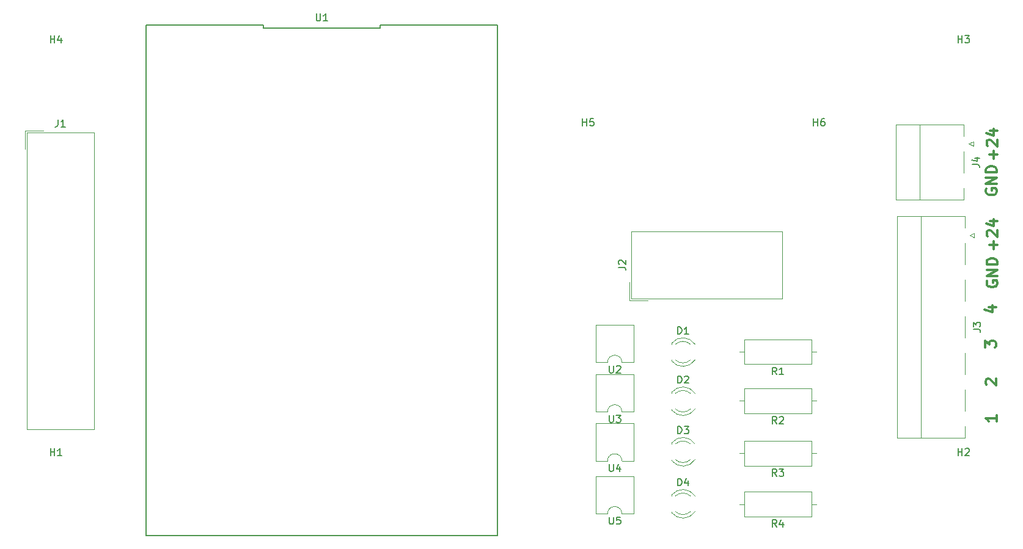
<source format=gbr>
G04 #@! TF.GenerationSoftware,KiCad,Pcbnew,(5.0.2)-1*
G04 #@! TF.CreationDate,2020-02-10T23:08:40+01:00*
G04 #@! TF.ProjectId,ToolChanger,546f6f6c-4368-4616-9e67-65722e6b6963,rev?*
G04 #@! TF.SameCoordinates,Original*
G04 #@! TF.FileFunction,Legend,Top*
G04 #@! TF.FilePolarity,Positive*
%FSLAX46Y46*%
G04 Gerber Fmt 4.6, Leading zero omitted, Abs format (unit mm)*
G04 Created by KiCad (PCBNEW (5.0.2)-1) date 2020-02-10 23:08:40*
%MOMM*%
%LPD*%
G01*
G04 APERTURE LIST*
%ADD10C,0.300000*%
%ADD11C,0.120000*%
%ADD12C,0.150000*%
G04 APERTURE END LIST*
D10*
X208615742Y-83076800D02*
X208615742Y-81933942D01*
X209187171Y-82505371D02*
X208044314Y-82505371D01*
X207830028Y-81291085D02*
X207758600Y-81219657D01*
X207687171Y-81076800D01*
X207687171Y-80719657D01*
X207758600Y-80576800D01*
X207830028Y-80505371D01*
X207972885Y-80433942D01*
X208115742Y-80433942D01*
X208330028Y-80505371D01*
X209187171Y-81362514D01*
X209187171Y-80433942D01*
X208187171Y-79148228D02*
X209187171Y-79148228D01*
X207615742Y-79505371D02*
X208687171Y-79862514D01*
X208687171Y-78933942D01*
X207657000Y-87248857D02*
X207585571Y-87391714D01*
X207585571Y-87606000D01*
X207657000Y-87820285D01*
X207799857Y-87963142D01*
X207942714Y-88034571D01*
X208228428Y-88106000D01*
X208442714Y-88106000D01*
X208728428Y-88034571D01*
X208871285Y-87963142D01*
X209014142Y-87820285D01*
X209085571Y-87606000D01*
X209085571Y-87463142D01*
X209014142Y-87248857D01*
X208942714Y-87177428D01*
X208442714Y-87177428D01*
X208442714Y-87463142D01*
X209085571Y-86534571D02*
X207585571Y-86534571D01*
X209085571Y-85677428D01*
X207585571Y-85677428D01*
X209085571Y-84963142D02*
X207585571Y-84963142D01*
X207585571Y-84606000D01*
X207657000Y-84391714D01*
X207799857Y-84248857D01*
X207942714Y-84177428D01*
X208228428Y-84106000D01*
X208442714Y-84106000D01*
X208728428Y-84177428D01*
X208871285Y-84248857D01*
X209014142Y-84391714D01*
X209085571Y-84606000D01*
X209085571Y-84963142D01*
X208615742Y-95624400D02*
X208615742Y-94481542D01*
X209187171Y-95052971D02*
X208044314Y-95052971D01*
X207830028Y-93838685D02*
X207758600Y-93767257D01*
X207687171Y-93624400D01*
X207687171Y-93267257D01*
X207758600Y-93124400D01*
X207830028Y-93052971D01*
X207972885Y-92981542D01*
X208115742Y-92981542D01*
X208330028Y-93052971D01*
X209187171Y-93910114D01*
X209187171Y-92981542D01*
X208187171Y-91695828D02*
X209187171Y-91695828D01*
X207615742Y-92052971D02*
X208687171Y-92410114D01*
X208687171Y-91481542D01*
X207758600Y-100025057D02*
X207687171Y-100167914D01*
X207687171Y-100382200D01*
X207758600Y-100596485D01*
X207901457Y-100739342D01*
X208044314Y-100810771D01*
X208330028Y-100882200D01*
X208544314Y-100882200D01*
X208830028Y-100810771D01*
X208972885Y-100739342D01*
X209115742Y-100596485D01*
X209187171Y-100382200D01*
X209187171Y-100239342D01*
X209115742Y-100025057D01*
X209044314Y-99953628D01*
X208544314Y-99953628D01*
X208544314Y-100239342D01*
X209187171Y-99310771D02*
X207687171Y-99310771D01*
X209187171Y-98453628D01*
X207687171Y-98453628D01*
X209187171Y-97739342D02*
X207687171Y-97739342D01*
X207687171Y-97382200D01*
X207758600Y-97167914D01*
X207901457Y-97025057D01*
X208044314Y-96953628D01*
X208330028Y-96882200D01*
X208544314Y-96882200D01*
X208830028Y-96953628D01*
X208972885Y-97025057D01*
X209115742Y-97167914D01*
X209187171Y-97382200D01*
X209187171Y-97739342D01*
X207958571Y-103625685D02*
X208958571Y-103625685D01*
X207387142Y-103982828D02*
X208458571Y-104339971D01*
X208458571Y-103411400D01*
X207458571Y-109262800D02*
X207458571Y-108334228D01*
X208030000Y-108834228D01*
X208030000Y-108619942D01*
X208101428Y-108477085D01*
X208172857Y-108405657D01*
X208315714Y-108334228D01*
X208672857Y-108334228D01*
X208815714Y-108405657D01*
X208887142Y-108477085D01*
X208958571Y-108619942D01*
X208958571Y-109048514D01*
X208887142Y-109191371D01*
X208815714Y-109262800D01*
X207677628Y-114423771D02*
X207606200Y-114352342D01*
X207534771Y-114209485D01*
X207534771Y-113852342D01*
X207606200Y-113709485D01*
X207677628Y-113638057D01*
X207820485Y-113566628D01*
X207963342Y-113566628D01*
X208177628Y-113638057D01*
X209034771Y-114495200D01*
X209034771Y-113566628D01*
X209060171Y-118646628D02*
X209060171Y-119503771D01*
X209060171Y-119075200D02*
X207560171Y-119075200D01*
X207774457Y-119218057D01*
X207917314Y-119360914D01*
X207988742Y-119503771D01*
D11*
G04 #@! TO.C,J4*
X204535400Y-78350600D02*
X195115400Y-78350600D01*
X195115400Y-78350600D02*
X195115400Y-88730600D01*
X195115400Y-88730600D02*
X204535400Y-88730600D01*
X204535400Y-78350600D02*
X204535400Y-79950600D01*
X204535400Y-88730600D02*
X204535400Y-87130600D01*
X204535400Y-82050600D02*
X204535400Y-85030600D01*
X198425400Y-78350600D02*
X198425400Y-88730600D01*
X205825400Y-81300600D02*
X205225400Y-81000600D01*
X205225400Y-81000600D02*
X205825400Y-80700600D01*
X205825400Y-80700600D02*
X205825400Y-81300600D01*
G04 #@! TO.C,J3*
X204687800Y-91050600D02*
X195267800Y-91050600D01*
X195267800Y-91050600D02*
X195267800Y-121750600D01*
X195267800Y-121750600D02*
X204687800Y-121750600D01*
X204687800Y-91050600D02*
X204687800Y-92650600D01*
X204687800Y-121750600D02*
X204687800Y-120150600D01*
X204687800Y-94750600D02*
X204687800Y-97730600D01*
X204687800Y-99830600D02*
X204687800Y-102810600D01*
X204687800Y-104910600D02*
X204687800Y-107890600D01*
X204687800Y-109990600D02*
X204687800Y-112970600D01*
X204687800Y-115070600D02*
X204687800Y-118050600D01*
X198577800Y-91050600D02*
X198577800Y-121750600D01*
X205977800Y-94000600D02*
X205377800Y-93700600D01*
X205377800Y-93700600D02*
X205977800Y-93400600D01*
X205977800Y-93400600D02*
X205977800Y-94000600D01*
G04 #@! TO.C,R4*
X173455200Y-130962400D02*
X174145200Y-130962400D01*
X184075200Y-130962400D02*
X183385200Y-130962400D01*
X174145200Y-132682400D02*
X183385200Y-132682400D01*
X174145200Y-129242400D02*
X174145200Y-132682400D01*
X183385200Y-129242400D02*
X174145200Y-129242400D01*
X183385200Y-132682400D02*
X183385200Y-129242400D01*
G04 #@! TO.C,R3*
X183385200Y-125621200D02*
X183385200Y-122181200D01*
X183385200Y-122181200D02*
X174145200Y-122181200D01*
X174145200Y-122181200D02*
X174145200Y-125621200D01*
X174145200Y-125621200D02*
X183385200Y-125621200D01*
X184075200Y-123901200D02*
X183385200Y-123901200D01*
X173455200Y-123901200D02*
X174145200Y-123901200D01*
G04 #@! TO.C,R2*
X173455200Y-116636800D02*
X174145200Y-116636800D01*
X184075200Y-116636800D02*
X183385200Y-116636800D01*
X174145200Y-118356800D02*
X183385200Y-118356800D01*
X174145200Y-114916800D02*
X174145200Y-118356800D01*
X183385200Y-114916800D02*
X174145200Y-114916800D01*
X183385200Y-118356800D02*
X183385200Y-114916800D01*
G04 #@! TO.C,R1*
X183385200Y-111549600D02*
X183385200Y-108109600D01*
X183385200Y-108109600D02*
X174145200Y-108109600D01*
X174145200Y-108109600D02*
X174145200Y-111549600D01*
X174145200Y-111549600D02*
X183385200Y-111549600D01*
X184075200Y-109829600D02*
X183385200Y-109829600D01*
X173455200Y-109829600D02*
X174145200Y-109829600D01*
G04 #@! TO.C,J2*
X158480000Y-93115000D02*
X179340000Y-93115000D01*
X179340000Y-93115000D02*
X179340000Y-102465000D01*
X179340000Y-102465000D02*
X158480000Y-102465000D01*
X158480000Y-102465000D02*
X158480000Y-93115000D01*
X158230000Y-102715000D02*
X160770000Y-102715000D01*
X158230000Y-102715000D02*
X158230000Y-100175000D01*
G04 #@! TO.C,D4*
X164048000Y-131991600D02*
X164048000Y-132147600D01*
X164048000Y-129675600D02*
X164048000Y-129831600D01*
X166649130Y-131991437D02*
G75*
G02X164567039Y-131991600I-1041130J1079837D01*
G01*
X166649130Y-129831763D02*
G75*
G03X164567039Y-129831600I-1041130J-1079837D01*
G01*
X167280335Y-131990208D02*
G75*
G02X164048000Y-132147116I-1672335J1078608D01*
G01*
X167280335Y-129832992D02*
G75*
G03X164048000Y-129676084I-1672335J-1078608D01*
G01*
G04 #@! TO.C,D3*
X167280335Y-122619392D02*
G75*
G03X164048000Y-122462484I-1672335J-1078608D01*
G01*
X167280335Y-124776608D02*
G75*
G02X164048000Y-124933516I-1672335J1078608D01*
G01*
X166649130Y-122618163D02*
G75*
G03X164567039Y-122618000I-1041130J-1079837D01*
G01*
X166649130Y-124777837D02*
G75*
G02X164567039Y-124778000I-1041130J1079837D01*
G01*
X164048000Y-122462000D02*
X164048000Y-122618000D01*
X164048000Y-124778000D02*
X164048000Y-124934000D01*
G04 #@! TO.C,D2*
X164048000Y-117767600D02*
X164048000Y-117923600D01*
X164048000Y-115451600D02*
X164048000Y-115607600D01*
X166649130Y-117767437D02*
G75*
G02X164567039Y-117767600I-1041130J1079837D01*
G01*
X166649130Y-115607763D02*
G75*
G03X164567039Y-115607600I-1041130J-1079837D01*
G01*
X167280335Y-117766208D02*
G75*
G02X164048000Y-117923116I-1672335J1078608D01*
G01*
X167280335Y-115608992D02*
G75*
G03X164048000Y-115452084I-1672335J-1078608D01*
G01*
G04 #@! TO.C,D1*
X167280335Y-108801792D02*
G75*
G03X164048000Y-108644884I-1672335J-1078608D01*
G01*
X167280335Y-110959008D02*
G75*
G02X164048000Y-111115916I-1672335J1078608D01*
G01*
X166649130Y-108800563D02*
G75*
G03X164567039Y-108800400I-1041130J-1079837D01*
G01*
X166649130Y-110960237D02*
G75*
G02X164567039Y-110960400I-1041130J1079837D01*
G01*
X164048000Y-108644400D02*
X164048000Y-108800400D01*
X164048000Y-110960400D02*
X164048000Y-111116400D01*
G04 #@! TO.C,U5*
X153509200Y-132292400D02*
X155159200Y-132292400D01*
X153509200Y-127092400D02*
X153509200Y-132292400D01*
X158809200Y-127092400D02*
X153509200Y-127092400D01*
X158809200Y-132292400D02*
X158809200Y-127092400D01*
X157159200Y-132292400D02*
X158809200Y-132292400D01*
X155159200Y-132292400D02*
G75*
G02X157159200Y-132292400I1000000J0D01*
G01*
G04 #@! TO.C,U4*
X155159200Y-124977200D02*
G75*
G02X157159200Y-124977200I1000000J0D01*
G01*
X157159200Y-124977200D02*
X158809200Y-124977200D01*
X158809200Y-124977200D02*
X158809200Y-119777200D01*
X158809200Y-119777200D02*
X153509200Y-119777200D01*
X153509200Y-119777200D02*
X153509200Y-124977200D01*
X153509200Y-124977200D02*
X155159200Y-124977200D01*
G04 #@! TO.C,U3*
X153509200Y-118170000D02*
X155159200Y-118170000D01*
X153509200Y-112970000D02*
X153509200Y-118170000D01*
X158809200Y-112970000D02*
X153509200Y-112970000D01*
X158809200Y-118170000D02*
X158809200Y-112970000D01*
X157159200Y-118170000D02*
X158809200Y-118170000D01*
X155159200Y-118170000D02*
G75*
G02X157159200Y-118170000I1000000J0D01*
G01*
G04 #@! TO.C,U2*
X155159200Y-111312000D02*
G75*
G02X157159200Y-111312000I1000000J0D01*
G01*
X157159200Y-111312000D02*
X158809200Y-111312000D01*
X158809200Y-111312000D02*
X158809200Y-106112000D01*
X158809200Y-106112000D02*
X153509200Y-106112000D01*
X153509200Y-106112000D02*
X153509200Y-111312000D01*
X153509200Y-111312000D02*
X155159200Y-111312000D01*
G04 #@! TO.C,J1*
X84024600Y-79435200D02*
X84024600Y-120615200D01*
X84024600Y-120615200D02*
X74674600Y-120615200D01*
X74674600Y-120615200D02*
X74674600Y-79435200D01*
X74674600Y-79435200D02*
X84024600Y-79435200D01*
X74424600Y-79185200D02*
X74424600Y-81725200D01*
X74424600Y-79185200D02*
X76964600Y-79185200D01*
D12*
G04 #@! TO.C,U1*
X91210001Y-64510200D02*
X91210000Y-135290200D01*
X91210000Y-135290200D02*
X139929999Y-135290200D01*
X139929999Y-135290200D02*
X139930000Y-64510200D01*
X139930000Y-64510200D02*
X123690000Y-64510200D01*
X123690000Y-64510200D02*
X123690000Y-64960200D01*
X123690000Y-64960200D02*
X107450001Y-64960200D01*
X107450001Y-64960200D02*
X107450001Y-64510200D01*
X107450001Y-64510200D02*
X91210001Y-64510200D01*
G04 #@! TO.C,H6*
X183698095Y-78502380D02*
X183698095Y-77502380D01*
X183698095Y-77978571D02*
X184269523Y-77978571D01*
X184269523Y-78502380D02*
X184269523Y-77502380D01*
X185174285Y-77502380D02*
X184983809Y-77502380D01*
X184888571Y-77550000D01*
X184840952Y-77597619D01*
X184745714Y-77740476D01*
X184698095Y-77930952D01*
X184698095Y-78311904D01*
X184745714Y-78407142D01*
X184793333Y-78454761D01*
X184888571Y-78502380D01*
X185079047Y-78502380D01*
X185174285Y-78454761D01*
X185221904Y-78407142D01*
X185269523Y-78311904D01*
X185269523Y-78073809D01*
X185221904Y-77978571D01*
X185174285Y-77930952D01*
X185079047Y-77883333D01*
X184888571Y-77883333D01*
X184793333Y-77930952D01*
X184745714Y-77978571D01*
X184698095Y-78073809D01*
G04 #@! TO.C,H5*
X151698095Y-78502380D02*
X151698095Y-77502380D01*
X151698095Y-77978571D02*
X152269523Y-77978571D01*
X152269523Y-78502380D02*
X152269523Y-77502380D01*
X153221904Y-77502380D02*
X152745714Y-77502380D01*
X152698095Y-77978571D01*
X152745714Y-77930952D01*
X152840952Y-77883333D01*
X153079047Y-77883333D01*
X153174285Y-77930952D01*
X153221904Y-77978571D01*
X153269523Y-78073809D01*
X153269523Y-78311904D01*
X153221904Y-78407142D01*
X153174285Y-78454761D01*
X153079047Y-78502380D01*
X152840952Y-78502380D01*
X152745714Y-78454761D01*
X152698095Y-78407142D01*
G04 #@! TO.C,H2*
X203708095Y-124222380D02*
X203708095Y-123222380D01*
X203708095Y-123698571D02*
X204279523Y-123698571D01*
X204279523Y-124222380D02*
X204279523Y-123222380D01*
X204708095Y-123317619D02*
X204755714Y-123270000D01*
X204850952Y-123222380D01*
X205089047Y-123222380D01*
X205184285Y-123270000D01*
X205231904Y-123317619D01*
X205279523Y-123412857D01*
X205279523Y-123508095D01*
X205231904Y-123650952D01*
X204660476Y-124222380D01*
X205279523Y-124222380D01*
G04 #@! TO.C,H3*
X203708095Y-66992380D02*
X203708095Y-65992380D01*
X203708095Y-66468571D02*
X204279523Y-66468571D01*
X204279523Y-66992380D02*
X204279523Y-65992380D01*
X204660476Y-65992380D02*
X205279523Y-65992380D01*
X204946190Y-66373333D01*
X205089047Y-66373333D01*
X205184285Y-66420952D01*
X205231904Y-66468571D01*
X205279523Y-66563809D01*
X205279523Y-66801904D01*
X205231904Y-66897142D01*
X205184285Y-66944761D01*
X205089047Y-66992380D01*
X204803333Y-66992380D01*
X204708095Y-66944761D01*
X204660476Y-66897142D01*
G04 #@! TO.C,H1*
X77978095Y-124222380D02*
X77978095Y-123222380D01*
X77978095Y-123698571D02*
X78549523Y-123698571D01*
X78549523Y-124222380D02*
X78549523Y-123222380D01*
X79549523Y-124222380D02*
X78978095Y-124222380D01*
X79263809Y-124222380D02*
X79263809Y-123222380D01*
X79168571Y-123365238D01*
X79073333Y-123460476D01*
X78978095Y-123508095D01*
G04 #@! TO.C,H4*
X77978095Y-66992380D02*
X77978095Y-65992380D01*
X77978095Y-66468571D02*
X78549523Y-66468571D01*
X78549523Y-66992380D02*
X78549523Y-65992380D01*
X79454285Y-66325714D02*
X79454285Y-66992380D01*
X79216190Y-65944761D02*
X78978095Y-66659047D01*
X79597142Y-66659047D01*
G04 #@! TO.C,J4*
X205677780Y-83873933D02*
X206392066Y-83873933D01*
X206534923Y-83921552D01*
X206630161Y-84016790D01*
X206677780Y-84159647D01*
X206677780Y-84254885D01*
X206011114Y-82969171D02*
X206677780Y-82969171D01*
X205630161Y-83207266D02*
X206344447Y-83445361D01*
X206344447Y-82826314D01*
G04 #@! TO.C,J3*
X205830180Y-106733933D02*
X206544466Y-106733933D01*
X206687323Y-106781552D01*
X206782561Y-106876790D01*
X206830180Y-107019647D01*
X206830180Y-107114885D01*
X205830180Y-106352980D02*
X205830180Y-105733933D01*
X206211133Y-106067266D01*
X206211133Y-105924409D01*
X206258752Y-105829171D01*
X206306371Y-105781552D01*
X206401609Y-105733933D01*
X206639704Y-105733933D01*
X206734942Y-105781552D01*
X206782561Y-105829171D01*
X206830180Y-105924409D01*
X206830180Y-106210123D01*
X206782561Y-106305361D01*
X206734942Y-106352980D01*
G04 #@! TO.C,R4*
X178598533Y-134134780D02*
X178265200Y-133658590D01*
X178027104Y-134134780D02*
X178027104Y-133134780D01*
X178408057Y-133134780D01*
X178503295Y-133182400D01*
X178550914Y-133230019D01*
X178598533Y-133325257D01*
X178598533Y-133468114D01*
X178550914Y-133563352D01*
X178503295Y-133610971D01*
X178408057Y-133658590D01*
X178027104Y-133658590D01*
X179455676Y-133468114D02*
X179455676Y-134134780D01*
X179217580Y-133087161D02*
X178979485Y-133801447D01*
X179598533Y-133801447D01*
G04 #@! TO.C,R3*
X178598533Y-127073580D02*
X178265200Y-126597390D01*
X178027104Y-127073580D02*
X178027104Y-126073580D01*
X178408057Y-126073580D01*
X178503295Y-126121200D01*
X178550914Y-126168819D01*
X178598533Y-126264057D01*
X178598533Y-126406914D01*
X178550914Y-126502152D01*
X178503295Y-126549771D01*
X178408057Y-126597390D01*
X178027104Y-126597390D01*
X178931866Y-126073580D02*
X179550914Y-126073580D01*
X179217580Y-126454533D01*
X179360438Y-126454533D01*
X179455676Y-126502152D01*
X179503295Y-126549771D01*
X179550914Y-126645009D01*
X179550914Y-126883104D01*
X179503295Y-126978342D01*
X179455676Y-127025961D01*
X179360438Y-127073580D01*
X179074723Y-127073580D01*
X178979485Y-127025961D01*
X178931866Y-126978342D01*
G04 #@! TO.C,R2*
X178598533Y-119809180D02*
X178265200Y-119332990D01*
X178027104Y-119809180D02*
X178027104Y-118809180D01*
X178408057Y-118809180D01*
X178503295Y-118856800D01*
X178550914Y-118904419D01*
X178598533Y-118999657D01*
X178598533Y-119142514D01*
X178550914Y-119237752D01*
X178503295Y-119285371D01*
X178408057Y-119332990D01*
X178027104Y-119332990D01*
X178979485Y-118904419D02*
X179027104Y-118856800D01*
X179122342Y-118809180D01*
X179360438Y-118809180D01*
X179455676Y-118856800D01*
X179503295Y-118904419D01*
X179550914Y-118999657D01*
X179550914Y-119094895D01*
X179503295Y-119237752D01*
X178931866Y-119809180D01*
X179550914Y-119809180D01*
G04 #@! TO.C,R1*
X178598533Y-113001980D02*
X178265200Y-112525790D01*
X178027104Y-113001980D02*
X178027104Y-112001980D01*
X178408057Y-112001980D01*
X178503295Y-112049600D01*
X178550914Y-112097219D01*
X178598533Y-112192457D01*
X178598533Y-112335314D01*
X178550914Y-112430552D01*
X178503295Y-112478171D01*
X178408057Y-112525790D01*
X178027104Y-112525790D01*
X179550914Y-113001980D02*
X178979485Y-113001980D01*
X179265200Y-113001980D02*
X179265200Y-112001980D01*
X179169961Y-112144838D01*
X179074723Y-112240076D01*
X178979485Y-112287695D01*
G04 #@! TO.C,J2*
X156678380Y-98123333D02*
X157392666Y-98123333D01*
X157535523Y-98170952D01*
X157630761Y-98266190D01*
X157678380Y-98409047D01*
X157678380Y-98504285D01*
X156773619Y-97694761D02*
X156726000Y-97647142D01*
X156678380Y-97551904D01*
X156678380Y-97313809D01*
X156726000Y-97218571D01*
X156773619Y-97170952D01*
X156868857Y-97123333D01*
X156964095Y-97123333D01*
X157106952Y-97170952D01*
X157678380Y-97742380D01*
X157678380Y-97123333D01*
G04 #@! TO.C,D4*
X164869904Y-128403980D02*
X164869904Y-127403980D01*
X165108000Y-127403980D01*
X165250857Y-127451600D01*
X165346095Y-127546838D01*
X165393714Y-127642076D01*
X165441333Y-127832552D01*
X165441333Y-127975409D01*
X165393714Y-128165885D01*
X165346095Y-128261123D01*
X165250857Y-128356361D01*
X165108000Y-128403980D01*
X164869904Y-128403980D01*
X166298476Y-127737314D02*
X166298476Y-128403980D01*
X166060380Y-127356361D02*
X165822285Y-128070647D01*
X166441333Y-128070647D01*
G04 #@! TO.C,D3*
X164869904Y-121190380D02*
X164869904Y-120190380D01*
X165108000Y-120190380D01*
X165250857Y-120238000D01*
X165346095Y-120333238D01*
X165393714Y-120428476D01*
X165441333Y-120618952D01*
X165441333Y-120761809D01*
X165393714Y-120952285D01*
X165346095Y-121047523D01*
X165250857Y-121142761D01*
X165108000Y-121190380D01*
X164869904Y-121190380D01*
X165774666Y-120190380D02*
X166393714Y-120190380D01*
X166060380Y-120571333D01*
X166203238Y-120571333D01*
X166298476Y-120618952D01*
X166346095Y-120666571D01*
X166393714Y-120761809D01*
X166393714Y-120999904D01*
X166346095Y-121095142D01*
X166298476Y-121142761D01*
X166203238Y-121190380D01*
X165917523Y-121190380D01*
X165822285Y-121142761D01*
X165774666Y-121095142D01*
G04 #@! TO.C,D2*
X164869904Y-114179980D02*
X164869904Y-113179980D01*
X165108000Y-113179980D01*
X165250857Y-113227600D01*
X165346095Y-113322838D01*
X165393714Y-113418076D01*
X165441333Y-113608552D01*
X165441333Y-113751409D01*
X165393714Y-113941885D01*
X165346095Y-114037123D01*
X165250857Y-114132361D01*
X165108000Y-114179980D01*
X164869904Y-114179980D01*
X165822285Y-113275219D02*
X165869904Y-113227600D01*
X165965142Y-113179980D01*
X166203238Y-113179980D01*
X166298476Y-113227600D01*
X166346095Y-113275219D01*
X166393714Y-113370457D01*
X166393714Y-113465695D01*
X166346095Y-113608552D01*
X165774666Y-114179980D01*
X166393714Y-114179980D01*
G04 #@! TO.C,D1*
X164869904Y-107372780D02*
X164869904Y-106372780D01*
X165108000Y-106372780D01*
X165250857Y-106420400D01*
X165346095Y-106515638D01*
X165393714Y-106610876D01*
X165441333Y-106801352D01*
X165441333Y-106944209D01*
X165393714Y-107134685D01*
X165346095Y-107229923D01*
X165250857Y-107325161D01*
X165108000Y-107372780D01*
X164869904Y-107372780D01*
X166393714Y-107372780D02*
X165822285Y-107372780D01*
X166108000Y-107372780D02*
X166108000Y-106372780D01*
X166012761Y-106515638D01*
X165917523Y-106610876D01*
X165822285Y-106658495D01*
G04 #@! TO.C,U5*
X155397295Y-132744780D02*
X155397295Y-133554304D01*
X155444914Y-133649542D01*
X155492533Y-133697161D01*
X155587771Y-133744780D01*
X155778247Y-133744780D01*
X155873485Y-133697161D01*
X155921104Y-133649542D01*
X155968723Y-133554304D01*
X155968723Y-132744780D01*
X156921104Y-132744780D02*
X156444914Y-132744780D01*
X156397295Y-133220971D01*
X156444914Y-133173352D01*
X156540152Y-133125733D01*
X156778247Y-133125733D01*
X156873485Y-133173352D01*
X156921104Y-133220971D01*
X156968723Y-133316209D01*
X156968723Y-133554304D01*
X156921104Y-133649542D01*
X156873485Y-133697161D01*
X156778247Y-133744780D01*
X156540152Y-133744780D01*
X156444914Y-133697161D01*
X156397295Y-133649542D01*
G04 #@! TO.C,U4*
X155397295Y-125429580D02*
X155397295Y-126239104D01*
X155444914Y-126334342D01*
X155492533Y-126381961D01*
X155587771Y-126429580D01*
X155778247Y-126429580D01*
X155873485Y-126381961D01*
X155921104Y-126334342D01*
X155968723Y-126239104D01*
X155968723Y-125429580D01*
X156873485Y-125762914D02*
X156873485Y-126429580D01*
X156635390Y-125381961D02*
X156397295Y-126096247D01*
X157016342Y-126096247D01*
G04 #@! TO.C,U3*
X155397295Y-118622380D02*
X155397295Y-119431904D01*
X155444914Y-119527142D01*
X155492533Y-119574761D01*
X155587771Y-119622380D01*
X155778247Y-119622380D01*
X155873485Y-119574761D01*
X155921104Y-119527142D01*
X155968723Y-119431904D01*
X155968723Y-118622380D01*
X156349676Y-118622380D02*
X156968723Y-118622380D01*
X156635390Y-119003333D01*
X156778247Y-119003333D01*
X156873485Y-119050952D01*
X156921104Y-119098571D01*
X156968723Y-119193809D01*
X156968723Y-119431904D01*
X156921104Y-119527142D01*
X156873485Y-119574761D01*
X156778247Y-119622380D01*
X156492533Y-119622380D01*
X156397295Y-119574761D01*
X156349676Y-119527142D01*
G04 #@! TO.C,U2*
X155397295Y-111764380D02*
X155397295Y-112573904D01*
X155444914Y-112669142D01*
X155492533Y-112716761D01*
X155587771Y-112764380D01*
X155778247Y-112764380D01*
X155873485Y-112716761D01*
X155921104Y-112669142D01*
X155968723Y-112573904D01*
X155968723Y-111764380D01*
X156397295Y-111859619D02*
X156444914Y-111812000D01*
X156540152Y-111764380D01*
X156778247Y-111764380D01*
X156873485Y-111812000D01*
X156921104Y-111859619D01*
X156968723Y-111954857D01*
X156968723Y-112050095D01*
X156921104Y-112192952D01*
X156349676Y-112764380D01*
X156968723Y-112764380D01*
G04 #@! TO.C,J1*
X79016266Y-77633580D02*
X79016266Y-78347866D01*
X78968647Y-78490723D01*
X78873409Y-78585961D01*
X78730552Y-78633580D01*
X78635314Y-78633580D01*
X80016266Y-78633580D02*
X79444838Y-78633580D01*
X79730552Y-78633580D02*
X79730552Y-77633580D01*
X79635314Y-77776438D01*
X79540076Y-77871676D01*
X79444838Y-77919295D01*
G04 #@! TO.C,U1*
X114808095Y-62962580D02*
X114808095Y-63772104D01*
X114855714Y-63867342D01*
X114903333Y-63914961D01*
X114998571Y-63962580D01*
X115189047Y-63962580D01*
X115284285Y-63914961D01*
X115331904Y-63867342D01*
X115379523Y-63772104D01*
X115379523Y-62962580D01*
X116379523Y-63962580D02*
X115808095Y-63962580D01*
X116093809Y-63962580D02*
X116093809Y-62962580D01*
X115998571Y-63105438D01*
X115903333Y-63200676D01*
X115808095Y-63248295D01*
G04 #@! TD*
M02*

</source>
